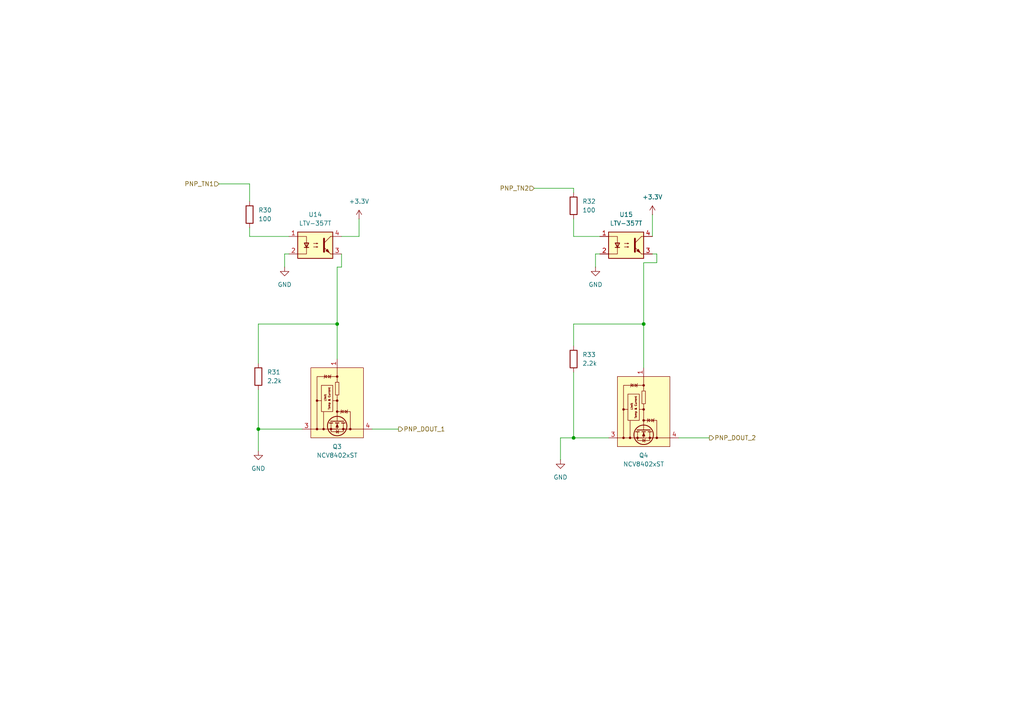
<source format=kicad_sch>
(kicad_sch
	(version 20250114)
	(generator "eeschema")
	(generator_version "9.0")
	(uuid "f05f06e6-9e8a-42a9-aba8-8fb7b834c91d")
	(paper "A4")
	(lib_symbols
		(symbol "Device:R"
			(pin_numbers
				(hide yes)
			)
			(pin_names
				(offset 0)
			)
			(exclude_from_sim no)
			(in_bom yes)
			(on_board yes)
			(property "Reference" "R"
				(at 2.032 0 90)
				(effects
					(font
						(size 1.27 1.27)
					)
				)
			)
			(property "Value" "R"
				(at 0 0 90)
				(effects
					(font
						(size 1.27 1.27)
					)
				)
			)
			(property "Footprint" ""
				(at -1.778 0 90)
				(effects
					(font
						(size 1.27 1.27)
					)
					(hide yes)
				)
			)
			(property "Datasheet" "~"
				(at 0 0 0)
				(effects
					(font
						(size 1.27 1.27)
					)
					(hide yes)
				)
			)
			(property "Description" "Resistor"
				(at 0 0 0)
				(effects
					(font
						(size 1.27 1.27)
					)
					(hide yes)
				)
			)
			(property "ki_keywords" "R res resistor"
				(at 0 0 0)
				(effects
					(font
						(size 1.27 1.27)
					)
					(hide yes)
				)
			)
			(property "ki_fp_filters" "R_*"
				(at 0 0 0)
				(effects
					(font
						(size 1.27 1.27)
					)
					(hide yes)
				)
			)
			(symbol "R_0_1"
				(rectangle
					(start -1.016 -2.54)
					(end 1.016 2.54)
					(stroke
						(width 0.254)
						(type default)
					)
					(fill
						(type none)
					)
				)
			)
			(symbol "R_1_1"
				(pin passive line
					(at 0 3.81 270)
					(length 1.27)
					(name "~"
						(effects
							(font
								(size 1.27 1.27)
							)
						)
					)
					(number "1"
						(effects
							(font
								(size 1.27 1.27)
							)
						)
					)
				)
				(pin passive line
					(at 0 -3.81 90)
					(length 1.27)
					(name "~"
						(effects
							(font
								(size 1.27 1.27)
							)
						)
					)
					(number "2"
						(effects
							(font
								(size 1.27 1.27)
							)
						)
					)
				)
			)
			(embedded_fonts no)
		)
		(symbol "Driver_FET:NCV8402xST"
			(pin_names
				(offset 0)
				(hide yes)
			)
			(exclude_from_sim no)
			(in_bom yes)
			(on_board yes)
			(property "Reference" "Q"
				(at 5.08 8.89 0)
				(effects
					(font
						(size 1.27 1.27)
					)
					(justify right)
				)
			)
			(property "Value" "NCV8402xST"
				(at -11.43 8.89 0)
				(effects
					(font
						(size 1.27 1.27)
					)
					(justify left)
				)
			)
			(property "Footprint" "Package_TO_SOT_SMD:SOT-223"
				(at 0 -7.112 0)
				(effects
					(font
						(size 1.27 1.27)
					)
					(hide yes)
				)
			)
			(property "Datasheet" "https://www.onsemi.com/pub/Collateral/NCV8402-D.PDF"
				(at 7.62 0 0)
				(effects
					(font
						(size 1.27 1.27)
					)
					(hide yes)
				)
			)
			(property "Description" "Self-Protected Low Side Driver with Temperature and Current Limit, SOT−223"
				(at 0 0 0)
				(effects
					(font
						(size 1.27 1.27)
					)
					(hide yes)
				)
			)
			(property "ki_keywords" "MOSFET ESD Overcurrent"
				(at 0 0 0)
				(effects
					(font
						(size 1.27 1.27)
					)
					(hide yes)
				)
			)
			(property "ki_fp_filters" "SOT?223*"
				(at 0 0 0)
				(effects
					(font
						(size 1.27 1.27)
					)
					(hide yes)
				)
			)
			(symbol "NCV8402xST_0_0"
				(rectangle
					(start -10.16 7.62)
					(end 10.16 -7.62)
					(stroke
						(width 0)
						(type default)
					)
					(fill
						(type background)
					)
				)
				(rectangle
					(start -5.969 0.508)
					(end -2.286 -0.508)
					(stroke
						(width 0)
						(type default)
					)
					(fill
						(type none)
					)
				)
				(polyline
					(pts
						(xy -0.635 -1.27) (xy -0.635 -0.635) (xy -0.635 0)
					)
					(stroke
						(width 0)
						(type default)
					)
					(fill
						(type none)
					)
				)
				(polyline
					(pts
						(xy -0.635 -5.842) (xy -7.62 -5.842) (xy -7.62 0) (xy -6.096 0)
					)
					(stroke
						(width 0)
						(type default)
					)
					(fill
						(type none)
					)
				)
				(polyline
					(pts
						(xy 2.54 0) (xy -2.286 0) (xy -0.889 0)
					)
					(stroke
						(width 0)
						(type default)
					)
					(fill
						(type none)
					)
				)
				(polyline
					(pts
						(xy 2.54 0) (xy 2.54 3.81) (xy 7.62 3.81)
					)
					(stroke
						(width 0)
						(type default)
					)
					(fill
						(type none)
					)
				)
				(polyline
					(pts
						(xy 7.62 2.54) (xy 7.62 7.62)
					)
					(stroke
						(width 0)
						(type default)
					)
					(fill
						(type none)
					)
				)
				(polyline
					(pts
						(xy 7.62 2.54) (xy 7.62 -7.62)
					)
					(stroke
						(width 0)
						(type default)
					)
					(fill
						(type none)
					)
				)
				(polyline
					(pts
						(xy 7.62 -5.842) (xy -0.635 -5.842) (xy -0.635 -4.572)
					)
					(stroke
						(width 0)
						(type default)
					)
					(fill
						(type none)
					)
				)
				(text "Limit"
					(at -1.524 -3.429 0)
					(effects
						(font
							(size 0.5334 0.5334)
						)
					)
				)
				(text "Temp & Current"
					(at -1.27 -2.286 0)
					(effects
						(font
							(size 0.5334 0.5334)
						)
					)
				)
			)
			(symbol "NCV8402xST_0_1"
				(polyline
					(pts
						(xy -7.62 0) (xy -10.16 0)
					)
					(stroke
						(width 0)
						(type default)
					)
					(fill
						(type none)
					)
				)
				(rectangle
					(start -5.08 -1.27)
					(end 2.54 -4.572)
					(stroke
						(width 0)
						(type default)
					)
					(fill
						(type none)
					)
				)
				(polyline
					(pts
						(xy 7.62 -3.937) (xy 2.667 -3.937)
					)
					(stroke
						(width 0)
						(type default)
					)
					(fill
						(type none)
					)
				)
			)
			(symbol "NCV8402xST_1_1"
				(polyline
					(pts
						(xy -8.128 -1.778) (xy -8.001 -1.905) (xy -7.239 -1.905) (xy -7.112 -2.032)
					)
					(stroke
						(width 0)
						(type default)
					)
					(fill
						(type none)
					)
				)
				(circle
					(center -7.62 0)
					(radius 0.2794)
					(stroke
						(width 0)
						(type default)
					)
					(fill
						(type outline)
					)
				)
				(polyline
					(pts
						(xy -7.62 -1.905) (xy -8.001 -2.54) (xy -7.239 -2.54) (xy -7.62 -1.905)
					)
					(stroke
						(width 0)
						(type default)
					)
					(fill
						(type none)
					)
				)
				(polyline
					(pts
						(xy -7.62 -3.683) (xy -7.239 -3.048) (xy -8.001 -3.048) (xy -7.62 -3.683)
					)
					(stroke
						(width 0)
						(type default)
					)
					(fill
						(type none)
					)
				)
				(polyline
					(pts
						(xy -7.112 -3.81) (xy -7.239 -3.683) (xy -8.001 -3.683) (xy -8.128 -3.556)
					)
					(stroke
						(width 0)
						(type default)
					)
					(fill
						(type none)
					)
				)
				(circle
					(center -0.635 0)
					(radius 0.2794)
					(stroke
						(width 0)
						(type default)
					)
					(fill
						(type outline)
					)
				)
				(circle
					(center -0.635 -5.842)
					(radius 0.2794)
					(stroke
						(width 0)
						(type default)
					)
					(fill
						(type outline)
					)
				)
				(polyline
					(pts
						(xy 2.032 3.048) (xy 2.159 2.921) (xy 2.921 2.921) (xy 3.048 2.794)
					)
					(stroke
						(width 0)
						(type default)
					)
					(fill
						(type none)
					)
				)
				(polyline
					(pts
						(xy 2.54 2.921) (xy 2.159 2.286) (xy 2.921 2.286) (xy 2.54 2.921)
					)
					(stroke
						(width 0)
						(type default)
					)
					(fill
						(type none)
					)
				)
				(polyline
					(pts
						(xy 2.54 1.143) (xy 2.921 1.778) (xy 2.159 1.778) (xy 2.54 1.143)
					)
					(stroke
						(width 0)
						(type default)
					)
					(fill
						(type none)
					)
				)
				(polyline
					(pts
						(xy 2.54 0) (xy 5.334 0)
					)
					(stroke
						(width 0)
						(type default)
					)
					(fill
						(type none)
					)
				)
				(circle
					(center 2.54 0)
					(radius 0.2794)
					(stroke
						(width 0)
						(type default)
					)
					(fill
						(type outline)
					)
				)
				(polyline
					(pts
						(xy 3.048 1.016) (xy 2.921 1.143) (xy 2.159 1.143) (xy 2.032 1.27)
					)
					(stroke
						(width 0)
						(type default)
					)
					(fill
						(type none)
					)
				)
				(polyline
					(pts
						(xy 5.334 1.905) (xy 5.334 -1.905) (xy 5.334 -1.905)
					)
					(stroke
						(width 0.254)
						(type default)
					)
					(fill
						(type none)
					)
				)
				(polyline
					(pts
						(xy 5.842 2.286) (xy 5.842 1.27)
					)
					(stroke
						(width 0.254)
						(type default)
					)
					(fill
						(type none)
					)
				)
				(polyline
					(pts
						(xy 5.842 1.778) (xy 7.62 1.778)
					)
					(stroke
						(width 0)
						(type default)
					)
					(fill
						(type none)
					)
				)
				(polyline
					(pts
						(xy 5.842 0.508) (xy 5.842 -0.508)
					)
					(stroke
						(width 0.254)
						(type default)
					)
					(fill
						(type none)
					)
				)
				(polyline
					(pts
						(xy 5.842 0) (xy 7.62 0)
					)
					(stroke
						(width 0)
						(type default)
					)
					(fill
						(type none)
					)
				)
				(polyline
					(pts
						(xy 5.842 -1.27) (xy 5.842 -2.286)
					)
					(stroke
						(width 0.254)
						(type default)
					)
					(fill
						(type none)
					)
				)
				(polyline
					(pts
						(xy 5.842 -1.778) (xy 7.62 -1.778)
					)
					(stroke
						(width 0)
						(type default)
					)
					(fill
						(type none)
					)
				)
				(polyline
					(pts
						(xy 6.096 0) (xy 7.112 0.381) (xy 7.112 -0.381) (xy 6.096 0)
					)
					(stroke
						(width 0)
						(type default)
					)
					(fill
						(type outline)
					)
				)
				(circle
					(center 6.731 0)
					(radius 2.8194)
					(stroke
						(width 0.254)
						(type default)
					)
					(fill
						(type none)
					)
				)
				(circle
					(center 7.62 3.81)
					(radius 0.2794)
					(stroke
						(width 0)
						(type default)
					)
					(fill
						(type outline)
					)
				)
				(polyline
					(pts
						(xy 7.62 2.54) (xy 7.62 1.778)
					)
					(stroke
						(width 0)
						(type default)
					)
					(fill
						(type none)
					)
				)
				(circle
					(center 7.62 1.778)
					(radius 0.2794)
					(stroke
						(width 0)
						(type default)
					)
					(fill
						(type outline)
					)
				)
				(polyline
					(pts
						(xy 7.62 -1.778) (xy 7.62 0)
					)
					(stroke
						(width 0)
						(type default)
					)
					(fill
						(type none)
					)
				)
				(polyline
					(pts
						(xy 7.62 -1.778) (xy 7.62 -2.54)
					)
					(stroke
						(width 0)
						(type default)
					)
					(fill
						(type none)
					)
				)
				(polyline
					(pts
						(xy 7.62 -1.778) (xy 8.382 -1.778) (xy 8.382 1.778) (xy 7.62 1.778)
					)
					(stroke
						(width 0)
						(type default)
					)
					(fill
						(type none)
					)
				)
				(circle
					(center 7.62 -1.778)
					(radius 0.2794)
					(stroke
						(width 0)
						(type default)
					)
					(fill
						(type outline)
					)
				)
				(circle
					(center 7.62 -3.937)
					(radius 0.2794)
					(stroke
						(width 0)
						(type default)
					)
					(fill
						(type outline)
					)
				)
				(circle
					(center 7.62 -5.842)
					(radius 0.2794)
					(stroke
						(width 0)
						(type default)
					)
					(fill
						(type outline)
					)
				)
				(polyline
					(pts
						(xy 7.874 0.508) (xy 8.001 0.381) (xy 8.763 0.381) (xy 8.89 0.254)
					)
					(stroke
						(width 0)
						(type default)
					)
					(fill
						(type none)
					)
				)
				(polyline
					(pts
						(xy 8.382 0.381) (xy 8.001 -0.254) (xy 8.763 -0.254) (xy 8.382 0.381)
					)
					(stroke
						(width 0)
						(type default)
					)
					(fill
						(type none)
					)
				)
				(pin input line
					(at -12.7 0 0)
					(length 2.54)
					(name "G"
						(effects
							(font
								(size 1.27 1.27)
							)
						)
					)
					(number "1"
						(effects
							(font
								(size 1.27 1.27)
							)
						)
					)
				)
				(pin passive line
					(at 7.62 10.16 270)
					(length 2.54)
					(hide yes)
					(name "D"
						(effects
							(font
								(size 1.27 1.27)
							)
						)
					)
					(number "2"
						(effects
							(font
								(size 1.27 1.27)
							)
						)
					)
				)
				(pin passive line
					(at 7.62 10.16 270)
					(length 2.54)
					(name "D"
						(effects
							(font
								(size 1.27 1.27)
							)
						)
					)
					(number "4"
						(effects
							(font
								(size 1.27 1.27)
							)
						)
					)
				)
				(pin passive line
					(at 7.62 -10.16 90)
					(length 2.54)
					(name "S"
						(effects
							(font
								(size 1.27 1.27)
							)
						)
					)
					(number "3"
						(effects
							(font
								(size 1.27 1.27)
							)
						)
					)
				)
			)
			(embedded_fonts no)
		)
		(symbol "Isolator:LTV-357T"
			(pin_names
				(offset 1.016)
			)
			(exclude_from_sim no)
			(in_bom yes)
			(on_board yes)
			(property "Reference" "U"
				(at -5.334 4.826 0)
				(effects
					(font
						(size 1.27 1.27)
					)
					(justify left)
				)
			)
			(property "Value" "LTV-357T"
				(at 0 5.08 0)
				(effects
					(font
						(size 1.27 1.27)
					)
					(justify left)
				)
			)
			(property "Footprint" "Package_SO:SO-4_4.4x3.6mm_P2.54mm"
				(at -5.08 -5.08 0)
				(effects
					(font
						(size 1.27 1.27)
						(italic yes)
					)
					(justify left)
					(hide yes)
				)
			)
			(property "Datasheet" "https://www.buerklin.com/medias/sys_master/download/download/h91/ha0/8892020588574.pdf"
				(at 0 0 0)
				(effects
					(font
						(size 1.27 1.27)
					)
					(justify left)
					(hide yes)
				)
			)
			(property "Description" "DC Optocoupler, Vce 35V, CTR 50%, SO-4"
				(at 0 0 0)
				(effects
					(font
						(size 1.27 1.27)
					)
					(hide yes)
				)
			)
			(property "ki_keywords" "NPN DC Optocoupler"
				(at 0 0 0)
				(effects
					(font
						(size 1.27 1.27)
					)
					(hide yes)
				)
			)
			(property "ki_fp_filters" "SO*4.4x3.6mm*P2.54mm*"
				(at 0 0 0)
				(effects
					(font
						(size 1.27 1.27)
					)
					(hide yes)
				)
			)
			(symbol "LTV-357T_0_1"
				(rectangle
					(start -5.08 3.81)
					(end 5.08 -3.81)
					(stroke
						(width 0.254)
						(type default)
					)
					(fill
						(type background)
					)
				)
				(polyline
					(pts
						(xy -5.08 2.54) (xy -2.54 2.54) (xy -2.54 -0.762)
					)
					(stroke
						(width 0)
						(type default)
					)
					(fill
						(type none)
					)
				)
				(polyline
					(pts
						(xy -3.175 -0.635) (xy -1.905 -0.635)
					)
					(stroke
						(width 0.254)
						(type default)
					)
					(fill
						(type none)
					)
				)
				(polyline
					(pts
						(xy -2.54 -0.635) (xy -2.54 -2.54) (xy -5.08 -2.54)
					)
					(stroke
						(width 0)
						(type default)
					)
					(fill
						(type none)
					)
				)
				(polyline
					(pts
						(xy -2.54 -0.635) (xy -3.175 0.635) (xy -1.905 0.635) (xy -2.54 -0.635)
					)
					(stroke
						(width 0.254)
						(type default)
					)
					(fill
						(type none)
					)
				)
				(polyline
					(pts
						(xy -0.508 0.508) (xy 0.762 0.508) (xy 0.381 0.381) (xy 0.381 0.635) (xy 0.762 0.508)
					)
					(stroke
						(width 0)
						(type default)
					)
					(fill
						(type none)
					)
				)
				(polyline
					(pts
						(xy -0.508 -0.508) (xy 0.762 -0.508) (xy 0.381 -0.635) (xy 0.381 -0.381) (xy 0.762 -0.508)
					)
					(stroke
						(width 0)
						(type default)
					)
					(fill
						(type none)
					)
				)
				(polyline
					(pts
						(xy 2.54 1.905) (xy 2.54 -1.905) (xy 2.54 -1.905)
					)
					(stroke
						(width 0.508)
						(type default)
					)
					(fill
						(type none)
					)
				)
				(polyline
					(pts
						(xy 2.54 0.635) (xy 4.445 2.54)
					)
					(stroke
						(width 0)
						(type default)
					)
					(fill
						(type none)
					)
				)
				(polyline
					(pts
						(xy 3.048 -1.651) (xy 3.556 -1.143) (xy 4.064 -2.159) (xy 3.048 -1.651) (xy 3.048 -1.651)
					)
					(stroke
						(width 0)
						(type default)
					)
					(fill
						(type outline)
					)
				)
				(polyline
					(pts
						(xy 4.445 2.54) (xy 5.08 2.54)
					)
					(stroke
						(width 0)
						(type default)
					)
					(fill
						(type none)
					)
				)
				(polyline
					(pts
						(xy 4.445 -2.54) (xy 2.54 -0.635)
					)
					(stroke
						(width 0)
						(type default)
					)
					(fill
						(type outline)
					)
				)
				(polyline
					(pts
						(xy 4.445 -2.54) (xy 5.08 -2.54)
					)
					(stroke
						(width 0)
						(type default)
					)
					(fill
						(type none)
					)
				)
			)
			(symbol "LTV-357T_1_1"
				(pin passive line
					(at -7.62 2.54 0)
					(length 2.54)
					(name "~"
						(effects
							(font
								(size 1.27 1.27)
							)
						)
					)
					(number "1"
						(effects
							(font
								(size 1.27 1.27)
							)
						)
					)
				)
				(pin passive line
					(at -7.62 -2.54 0)
					(length 2.54)
					(name "~"
						(effects
							(font
								(size 1.27 1.27)
							)
						)
					)
					(number "2"
						(effects
							(font
								(size 1.27 1.27)
							)
						)
					)
				)
				(pin passive line
					(at 7.62 2.54 180)
					(length 2.54)
					(name "~"
						(effects
							(font
								(size 1.27 1.27)
							)
						)
					)
					(number "4"
						(effects
							(font
								(size 1.27 1.27)
							)
						)
					)
				)
				(pin passive line
					(at 7.62 -2.54 180)
					(length 2.54)
					(name "~"
						(effects
							(font
								(size 1.27 1.27)
							)
						)
					)
					(number "3"
						(effects
							(font
								(size 1.27 1.27)
							)
						)
					)
				)
			)
			(embedded_fonts no)
		)
		(symbol "power:+3.3V"
			(power)
			(pin_numbers
				(hide yes)
			)
			(pin_names
				(offset 0)
				(hide yes)
			)
			(exclude_from_sim no)
			(in_bom yes)
			(on_board yes)
			(property "Reference" "#PWR"
				(at 0 -3.81 0)
				(effects
					(font
						(size 1.27 1.27)
					)
					(hide yes)
				)
			)
			(property "Value" "+3.3V"
				(at 0 3.556 0)
				(effects
					(font
						(size 1.27 1.27)
					)
				)
			)
			(property "Footprint" ""
				(at 0 0 0)
				(effects
					(font
						(size 1.27 1.27)
					)
					(hide yes)
				)
			)
			(property "Datasheet" ""
				(at 0 0 0)
				(effects
					(font
						(size 1.27 1.27)
					)
					(hide yes)
				)
			)
			(property "Description" "Power symbol creates a global label with name \"+3.3V\""
				(at 0 0 0)
				(effects
					(font
						(size 1.27 1.27)
					)
					(hide yes)
				)
			)
			(property "ki_keywords" "global power"
				(at 0 0 0)
				(effects
					(font
						(size 1.27 1.27)
					)
					(hide yes)
				)
			)
			(symbol "+3.3V_0_1"
				(polyline
					(pts
						(xy -0.762 1.27) (xy 0 2.54)
					)
					(stroke
						(width 0)
						(type default)
					)
					(fill
						(type none)
					)
				)
				(polyline
					(pts
						(xy 0 2.54) (xy 0.762 1.27)
					)
					(stroke
						(width 0)
						(type default)
					)
					(fill
						(type none)
					)
				)
				(polyline
					(pts
						(xy 0 0) (xy 0 2.54)
					)
					(stroke
						(width 0)
						(type default)
					)
					(fill
						(type none)
					)
				)
			)
			(symbol "+3.3V_1_1"
				(pin power_in line
					(at 0 0 90)
					(length 0)
					(name "~"
						(effects
							(font
								(size 1.27 1.27)
							)
						)
					)
					(number "1"
						(effects
							(font
								(size 1.27 1.27)
							)
						)
					)
				)
			)
			(embedded_fonts no)
		)
		(symbol "power:GND"
			(power)
			(pin_numbers
				(hide yes)
			)
			(pin_names
				(offset 0)
				(hide yes)
			)
			(exclude_from_sim no)
			(in_bom yes)
			(on_board yes)
			(property "Reference" "#PWR"
				(at 0 -6.35 0)
				(effects
					(font
						(size 1.27 1.27)
					)
					(hide yes)
				)
			)
			(property "Value" "GND"
				(at 0 -3.81 0)
				(effects
					(font
						(size 1.27 1.27)
					)
				)
			)
			(property "Footprint" ""
				(at 0 0 0)
				(effects
					(font
						(size 1.27 1.27)
					)
					(hide yes)
				)
			)
			(property "Datasheet" ""
				(at 0 0 0)
				(effects
					(font
						(size 1.27 1.27)
					)
					(hide yes)
				)
			)
			(property "Description" "Power symbol creates a global label with name \"GND\" , ground"
				(at 0 0 0)
				(effects
					(font
						(size 1.27 1.27)
					)
					(hide yes)
				)
			)
			(property "ki_keywords" "global power"
				(at 0 0 0)
				(effects
					(font
						(size 1.27 1.27)
					)
					(hide yes)
				)
			)
			(symbol "GND_0_1"
				(polyline
					(pts
						(xy 0 0) (xy 0 -1.27) (xy 1.27 -1.27) (xy 0 -2.54) (xy -1.27 -1.27) (xy 0 -1.27)
					)
					(stroke
						(width 0)
						(type default)
					)
					(fill
						(type none)
					)
				)
			)
			(symbol "GND_1_1"
				(pin power_in line
					(at 0 0 270)
					(length 0)
					(name "~"
						(effects
							(font
								(size 1.27 1.27)
							)
						)
					)
					(number "1"
						(effects
							(font
								(size 1.27 1.27)
							)
						)
					)
				)
			)
			(embedded_fonts no)
		)
	)
	(junction
		(at 97.79 93.98)
		(diameter 0)
		(color 0 0 0 0)
		(uuid "39c96e9a-abe5-4030-aa13-a8fd8aaa1d1b")
	)
	(junction
		(at 74.93 124.46)
		(diameter 0)
		(color 0 0 0 0)
		(uuid "90da4755-18ef-48cd-b717-fb97fbec4376")
	)
	(junction
		(at 166.37 127)
		(diameter 0)
		(color 0 0 0 0)
		(uuid "d0d3c8d5-3913-432b-99d5-9269c0a53892")
	)
	(junction
		(at 186.69 93.98)
		(diameter 0)
		(color 0 0 0 0)
		(uuid "ea420edd-6fd3-440e-9ed2-391380b90098")
	)
	(wire
		(pts
			(xy 162.56 127) (xy 166.37 127)
		)
		(stroke
			(width 0)
			(type default)
		)
		(uuid "0bb7cdf5-557c-40af-8bdc-34da9b34598d")
	)
	(wire
		(pts
			(xy 107.95 124.46) (xy 115.57 124.46)
		)
		(stroke
			(width 0)
			(type default)
		)
		(uuid "11398cb7-b06d-4a00-9881-a58c6710a233")
	)
	(wire
		(pts
			(xy 72.39 68.58) (xy 83.82 68.58)
		)
		(stroke
			(width 0)
			(type default)
		)
		(uuid "12755c11-30c1-4a9c-8a19-d5dbc5dee35d")
	)
	(wire
		(pts
			(xy 104.14 68.58) (xy 99.06 68.58)
		)
		(stroke
			(width 0)
			(type default)
		)
		(uuid "167a5406-6397-4afb-8225-845f372a85e2")
	)
	(wire
		(pts
			(xy 172.72 73.66) (xy 173.99 73.66)
		)
		(stroke
			(width 0)
			(type default)
		)
		(uuid "176ecaf1-17ea-4048-90a8-7bb1a4730d9f")
	)
	(wire
		(pts
			(xy 74.93 93.98) (xy 97.79 93.98)
		)
		(stroke
			(width 0)
			(type default)
		)
		(uuid "1954a665-4202-4dad-a5ec-8e7bc081a4c3")
	)
	(wire
		(pts
			(xy 162.56 127) (xy 162.56 133.35)
		)
		(stroke
			(width 0)
			(type default)
		)
		(uuid "20c0c54e-0b17-4e78-a6b1-3dd865310c3f")
	)
	(wire
		(pts
			(xy 97.79 104.14) (xy 97.79 93.98)
		)
		(stroke
			(width 0)
			(type default)
		)
		(uuid "24d1300e-ddc6-4e57-a87e-d5286ae963de")
	)
	(wire
		(pts
			(xy 72.39 58.42) (xy 72.39 53.34)
		)
		(stroke
			(width 0)
			(type default)
		)
		(uuid "2629c4c8-3818-485c-9771-09d7925113f4")
	)
	(wire
		(pts
			(xy 186.69 76.2) (xy 190.5 76.2)
		)
		(stroke
			(width 0)
			(type default)
		)
		(uuid "34b71abd-c3bf-414c-9766-2a1b5adb4113")
	)
	(wire
		(pts
			(xy 166.37 54.61) (xy 166.37 55.88)
		)
		(stroke
			(width 0)
			(type default)
		)
		(uuid "406c95d0-3337-4593-a0ff-0004c99c9a5a")
	)
	(wire
		(pts
			(xy 72.39 66.04) (xy 72.39 68.58)
		)
		(stroke
			(width 0)
			(type default)
		)
		(uuid "4c360b1d-a0a9-4cce-a5c8-f61bdd6fe3c3")
	)
	(wire
		(pts
			(xy 74.93 130.81) (xy 74.93 124.46)
		)
		(stroke
			(width 0)
			(type default)
		)
		(uuid "4ed8be1e-439c-4880-9b12-6c96245dccb5")
	)
	(wire
		(pts
			(xy 166.37 93.98) (xy 186.69 93.98)
		)
		(stroke
			(width 0)
			(type default)
		)
		(uuid "50947d51-aff3-414f-b4ae-e8523f1c5e6c")
	)
	(wire
		(pts
			(xy 97.79 93.98) (xy 97.79 77.47)
		)
		(stroke
			(width 0)
			(type default)
		)
		(uuid "56d8c095-f2f6-4e9c-8375-557e4b87d806")
	)
	(wire
		(pts
			(xy 97.79 77.47) (xy 99.06 77.47)
		)
		(stroke
			(width 0)
			(type default)
		)
		(uuid "58b673d0-0080-4bf8-a0d8-4ae29feb5ba4")
	)
	(wire
		(pts
			(xy 166.37 107.95) (xy 166.37 127)
		)
		(stroke
			(width 0)
			(type default)
		)
		(uuid "5de35fa1-ab29-4cfc-9b61-bf2179d077e9")
	)
	(wire
		(pts
			(xy 190.5 73.66) (xy 190.5 76.2)
		)
		(stroke
			(width 0)
			(type default)
		)
		(uuid "65769086-4e66-4c94-9edb-fc52b5251958")
	)
	(wire
		(pts
			(xy 196.85 127) (xy 205.74 127)
		)
		(stroke
			(width 0)
			(type default)
		)
		(uuid "8506268c-e01c-4e94-8690-0d551fbfcb9c")
	)
	(wire
		(pts
			(xy 82.55 77.47) (xy 82.55 73.66)
		)
		(stroke
			(width 0)
			(type default)
		)
		(uuid "8759c0c9-12b6-4a30-8474-7e2ba4a3409d")
	)
	(wire
		(pts
			(xy 166.37 127) (xy 176.53 127)
		)
		(stroke
			(width 0)
			(type default)
		)
		(uuid "8db895a1-26c2-4b18-b6f3-1b99640d5fb6")
	)
	(wire
		(pts
			(xy 189.23 62.23) (xy 189.23 68.58)
		)
		(stroke
			(width 0)
			(type default)
		)
		(uuid "8f6a8d08-a72d-4852-8344-30fe474fce15")
	)
	(wire
		(pts
			(xy 74.93 113.03) (xy 74.93 124.46)
		)
		(stroke
			(width 0)
			(type default)
		)
		(uuid "90d61fdf-58c2-4a65-865a-77ba1055159a")
	)
	(wire
		(pts
			(xy 74.93 105.41) (xy 74.93 93.98)
		)
		(stroke
			(width 0)
			(type default)
		)
		(uuid "9367056a-420d-4793-b93f-dcb5f4968451")
	)
	(wire
		(pts
			(xy 166.37 100.33) (xy 166.37 93.98)
		)
		(stroke
			(width 0)
			(type default)
		)
		(uuid "9bd9b7db-7a1a-4203-acc2-6c787ad8e8e0")
	)
	(wire
		(pts
			(xy 186.69 93.98) (xy 186.69 76.2)
		)
		(stroke
			(width 0)
			(type default)
		)
		(uuid "a3dd3909-cedd-4d40-9d99-acff12f31552")
	)
	(wire
		(pts
			(xy 74.93 124.46) (xy 87.63 124.46)
		)
		(stroke
			(width 0)
			(type default)
		)
		(uuid "a49c2ce0-32c5-4ce1-994c-7a0298afe0ef")
	)
	(wire
		(pts
			(xy 172.72 77.47) (xy 172.72 73.66)
		)
		(stroke
			(width 0)
			(type default)
		)
		(uuid "bd13ac11-f263-449c-8612-eab68e83e589")
	)
	(wire
		(pts
			(xy 166.37 68.58) (xy 173.99 68.58)
		)
		(stroke
			(width 0)
			(type default)
		)
		(uuid "cc88f3f4-42b8-437c-8309-1ed08b74c909")
	)
	(wire
		(pts
			(xy 104.14 63.5) (xy 104.14 68.58)
		)
		(stroke
			(width 0)
			(type default)
		)
		(uuid "cdaedf58-6964-45a9-af6e-2857d9bf05f5")
	)
	(wire
		(pts
			(xy 154.94 54.61) (xy 166.37 54.61)
		)
		(stroke
			(width 0)
			(type default)
		)
		(uuid "cf4e3a02-cb89-4b96-b406-6d7ccef6c5b5")
	)
	(wire
		(pts
			(xy 189.23 73.66) (xy 190.5 73.66)
		)
		(stroke
			(width 0)
			(type default)
		)
		(uuid "d6583610-6168-4a0b-a8dd-e1e224994aa6")
	)
	(wire
		(pts
			(xy 166.37 63.5) (xy 166.37 68.58)
		)
		(stroke
			(width 0)
			(type default)
		)
		(uuid "daed29e7-59df-4efe-bfc6-2fd03142cc6d")
	)
	(wire
		(pts
			(xy 82.55 73.66) (xy 83.82 73.66)
		)
		(stroke
			(width 0)
			(type default)
		)
		(uuid "db4ac2c1-ac10-4b5f-942f-193b58897d6c")
	)
	(wire
		(pts
			(xy 99.06 77.47) (xy 99.06 73.66)
		)
		(stroke
			(width 0)
			(type default)
		)
		(uuid "e0d997bc-7ae9-448d-af41-eefbe11e4f1d")
	)
	(wire
		(pts
			(xy 186.69 106.68) (xy 186.69 93.98)
		)
		(stroke
			(width 0)
			(type default)
		)
		(uuid "e2ca9390-dbd1-49f9-a775-027d1c1ecbac")
	)
	(wire
		(pts
			(xy 63.5 53.34) (xy 72.39 53.34)
		)
		(stroke
			(width 0)
			(type default)
		)
		(uuid "ec0738af-9d07-4ac5-b8ad-9ae3a69f3565")
	)
	(hierarchical_label "PNP_DOUT_1"
		(shape output)
		(at 115.57 124.46 0)
		(effects
			(font
				(size 1.27 1.27)
			)
			(justify left)
		)
		(uuid "2f5b5c8b-6ba6-4166-a45b-87888445de73")
	)
	(hierarchical_label "PNP_DOUT_2"
		(shape output)
		(at 205.74 127 0)
		(effects
			(font
				(size 1.27 1.27)
			)
			(justify left)
		)
		(uuid "3ff3a677-3235-42ff-ba74-a97daa30df74")
	)
	(hierarchical_label "PNP_TN1"
		(shape input)
		(at 63.5 53.34 180)
		(effects
			(font
				(size 1.27 1.27)
			)
			(justify right)
		)
		(uuid "95ff02d4-8c1e-4b22-ac72-9c944febee45")
	)
	(hierarchical_label "PNP_TN2"
		(shape input)
		(at 154.94 54.61 180)
		(effects
			(font
				(size 1.27 1.27)
			)
			(justify right)
		)
		(uuid "b26024c1-dd13-4a10-b3ab-6383277e30d1")
	)
	(symbol
		(lib_id "Driver_FET:NCV8402xST")
		(at 186.69 119.38 270)
		(unit 1)
		(exclude_from_sim no)
		(in_bom yes)
		(on_board yes)
		(dnp no)
		(fields_autoplaced yes)
		(uuid "24ffc3d3-348c-4c4e-8092-b33c18a7fcde")
		(property "Reference" "Q4"
			(at 186.69 132.08 90)
			(effects
				(font
					(size 1.27 1.27)
				)
			)
		)
		(property "Value" "NCV8402xST"
			(at 186.69 134.62 90)
			(effects
				(font
					(size 1.27 1.27)
				)
			)
		)
		(property "Footprint" "Package_TO_SOT_SMD:SOT-223"
			(at 179.578 119.38 0)
			(effects
				(font
					(size 1.27 1.27)
				)
				(hide yes)
			)
		)
		(property "Datasheet" "https://www.onsemi.com/pub/Collateral/NCV8402-D.PDF"
			(at 186.69 127 0)
			(effects
				(font
					(size 1.27 1.27)
				)
				(hide yes)
			)
		)
		(property "Description" "Self-Protected Low Side Driver with Temperature and Current Limit, SOT−223"
			(at 186.69 119.38 0)
			(effects
				(font
					(size 1.27 1.27)
				)
				(hide yes)
			)
		)
		(pin "2"
			(uuid "60ddeb59-ecb5-4d33-bacb-34b385de37eb")
		)
		(pin "4"
			(uuid "d7cac65b-7464-406e-a698-fe84d129830c")
		)
		(pin "1"
			(uuid "048511c8-2e7c-4d52-80c0-232d934c1268")
		)
		(pin "3"
			(uuid "58651321-5902-42b7-a548-061446034338")
		)
		(instances
			(project "NIVARA PROJECT"
				(path "/dc6fb271-dfd0-4448-98f1-862b1cc93a80/2ca62569-d560-4cca-9470-52fd378086ae/d82b4dad-668a-49c5-962f-01960242438d"
					(reference "Q4")
					(unit 1)
				)
			)
		)
	)
	(symbol
		(lib_id "Isolator:LTV-357T")
		(at 181.61 71.12 0)
		(unit 1)
		(exclude_from_sim no)
		(in_bom yes)
		(on_board yes)
		(dnp no)
		(fields_autoplaced yes)
		(uuid "277d8194-59c1-4ea0-9027-8f595b62e69b")
		(property "Reference" "U15"
			(at 181.61 62.23 0)
			(effects
				(font
					(size 1.27 1.27)
				)
			)
		)
		(property "Value" "LTV-357T"
			(at 181.61 64.77 0)
			(effects
				(font
					(size 1.27 1.27)
				)
			)
		)
		(property "Footprint" "Package_SO:SO-4_4.4x3.6mm_P2.54mm"
			(at 176.53 76.2 0)
			(effects
				(font
					(size 1.27 1.27)
					(italic yes)
				)
				(justify left)
				(hide yes)
			)
		)
		(property "Datasheet" "https://www.buerklin.com/medias/sys_master/download/download/h91/ha0/8892020588574.pdf"
			(at 181.61 71.12 0)
			(effects
				(font
					(size 1.27 1.27)
				)
				(justify left)
				(hide yes)
			)
		)
		(property "Description" "DC Optocoupler, Vce 35V, CTR 50%, SO-4"
			(at 181.61 71.12 0)
			(effects
				(font
					(size 1.27 1.27)
				)
				(hide yes)
			)
		)
		(pin "2"
			(uuid "325f8776-c8ea-455c-89a0-bf1fe9a89e4d")
		)
		(pin "1"
			(uuid "015debe0-b872-4b80-a828-2adeefe875dd")
		)
		(pin "4"
			(uuid "e1f86c31-5809-4319-8f84-05b53fe8e4cd")
		)
		(pin "3"
			(uuid "4ff17220-9a5f-4b23-a2eb-11d1582f8d95")
		)
		(instances
			(project "NIVARA PROJECT"
				(path "/dc6fb271-dfd0-4448-98f1-862b1cc93a80/2ca62569-d560-4cca-9470-52fd378086ae/d82b4dad-668a-49c5-962f-01960242438d"
					(reference "U15")
					(unit 1)
				)
			)
		)
	)
	(symbol
		(lib_id "power:GND")
		(at 172.72 77.47 0)
		(unit 1)
		(exclude_from_sim no)
		(in_bom yes)
		(on_board yes)
		(dnp no)
		(fields_autoplaced yes)
		(uuid "383ba9b0-985e-4a57-8b47-ed420d7d75fe")
		(property "Reference" "#PWR062"
			(at 172.72 83.82 0)
			(effects
				(font
					(size 1.27 1.27)
				)
				(hide yes)
			)
		)
		(property "Value" "GND"
			(at 172.72 82.55 0)
			(effects
				(font
					(size 1.27 1.27)
				)
			)
		)
		(property "Footprint" ""
			(at 172.72 77.47 0)
			(effects
				(font
					(size 1.27 1.27)
				)
				(hide yes)
			)
		)
		(property "Datasheet" ""
			(at 172.72 77.47 0)
			(effects
				(font
					(size 1.27 1.27)
				)
				(hide yes)
			)
		)
		(property "Description" "Power symbol creates a global label with name \"GND\" , ground"
			(at 172.72 77.47 0)
			(effects
				(font
					(size 1.27 1.27)
				)
				(hide yes)
			)
		)
		(pin "1"
			(uuid "963ec56e-f72d-4729-8d1d-bdfbe72e4bd0")
		)
		(instances
			(project "NIVARA PROJECT"
				(path "/dc6fb271-dfd0-4448-98f1-862b1cc93a80/2ca62569-d560-4cca-9470-52fd378086ae/d82b4dad-668a-49c5-962f-01960242438d"
					(reference "#PWR062")
					(unit 1)
				)
			)
		)
	)
	(symbol
		(lib_id "Device:R")
		(at 72.39 62.23 0)
		(unit 1)
		(exclude_from_sim no)
		(in_bom yes)
		(on_board yes)
		(dnp no)
		(fields_autoplaced yes)
		(uuid "4198919f-7791-4efd-82f1-9ec9375195fd")
		(property "Reference" "R30"
			(at 74.93 60.9599 0)
			(effects
				(font
					(size 1.27 1.27)
				)
				(justify left)
			)
		)
		(property "Value" "100"
			(at 74.93 63.4999 0)
			(effects
				(font
					(size 1.27 1.27)
				)
				(justify left)
			)
		)
		(property "Footprint" "PCM_Resistor_SMD_AKL:R_0603_1608Metric"
			(at 70.612 62.23 90)
			(effects
				(font
					(size 1.27 1.27)
				)
				(hide yes)
			)
		)
		(property "Datasheet" "~"
			(at 72.39 62.23 0)
			(effects
				(font
					(size 1.27 1.27)
				)
				(hide yes)
			)
		)
		(property "Description" "Resistor"
			(at 72.39 62.23 0)
			(effects
				(font
					(size 1.27 1.27)
				)
				(hide yes)
			)
		)
		(pin "1"
			(uuid "97ba7fd9-4eaa-41f1-b517-a59ccd468c91")
		)
		(pin "2"
			(uuid "9194252c-c10f-4d9e-a009-ffeadb3ed1e5")
		)
		(instances
			(project "NIVARA PROJECT"
				(path "/dc6fb271-dfd0-4448-98f1-862b1cc93a80/2ca62569-d560-4cca-9470-52fd378086ae/d82b4dad-668a-49c5-962f-01960242438d"
					(reference "R30")
					(unit 1)
				)
			)
		)
	)
	(symbol
		(lib_id "power:GND")
		(at 74.93 130.81 0)
		(unit 1)
		(exclude_from_sim no)
		(in_bom yes)
		(on_board yes)
		(dnp no)
		(fields_autoplaced yes)
		(uuid "78714bb1-4287-42a6-8b3c-bb51e90dc6c5")
		(property "Reference" "#PWR058"
			(at 74.93 137.16 0)
			(effects
				(font
					(size 1.27 1.27)
				)
				(hide yes)
			)
		)
		(property "Value" "GND"
			(at 74.93 135.89 0)
			(effects
				(font
					(size 1.27 1.27)
				)
			)
		)
		(property "Footprint" ""
			(at 74.93 130.81 0)
			(effects
				(font
					(size 1.27 1.27)
				)
				(hide yes)
			)
		)
		(property "Datasheet" ""
			(at 74.93 130.81 0)
			(effects
				(font
					(size 1.27 1.27)
				)
				(hide yes)
			)
		)
		(property "Description" "Power symbol creates a global label with name \"GND\" , ground"
			(at 74.93 130.81 0)
			(effects
				(font
					(size 1.27 1.27)
				)
				(hide yes)
			)
		)
		(pin "1"
			(uuid "623fc946-43cb-4ae2-b470-b64a8fc676b0")
		)
		(instances
			(project "NIVARA PROJECT"
				(path "/dc6fb271-dfd0-4448-98f1-862b1cc93a80/2ca62569-d560-4cca-9470-52fd378086ae/d82b4dad-668a-49c5-962f-01960242438d"
					(reference "#PWR058")
					(unit 1)
				)
			)
		)
	)
	(symbol
		(lib_id "power:+3.3V")
		(at 189.23 62.23 0)
		(unit 1)
		(exclude_from_sim no)
		(in_bom yes)
		(on_board yes)
		(dnp no)
		(fields_autoplaced yes)
		(uuid "83b4f867-58b9-4f43-ba1a-5dfaa6435a04")
		(property "Reference" "#PWR063"
			(at 189.23 66.04 0)
			(effects
				(font
					(size 1.27 1.27)
				)
				(hide yes)
			)
		)
		(property "Value" "+3.3V"
			(at 189.23 57.15 0)
			(effects
				(font
					(size 1.27 1.27)
				)
			)
		)
		(property "Footprint" ""
			(at 189.23 62.23 0)
			(effects
				(font
					(size 1.27 1.27)
				)
				(hide yes)
			)
		)
		(property "Datasheet" ""
			(at 189.23 62.23 0)
			(effects
				(font
					(size 1.27 1.27)
				)
				(hide yes)
			)
		)
		(property "Description" "Power symbol creates a global label with name \"+3.3V\""
			(at 189.23 62.23 0)
			(effects
				(font
					(size 1.27 1.27)
				)
				(hide yes)
			)
		)
		(pin "1"
			(uuid "bbe585b4-9500-4785-8d30-4bac19a768b7")
		)
		(instances
			(project "NIVARA PROJECT"
				(path "/dc6fb271-dfd0-4448-98f1-862b1cc93a80/2ca62569-d560-4cca-9470-52fd378086ae/d82b4dad-668a-49c5-962f-01960242438d"
					(reference "#PWR063")
					(unit 1)
				)
			)
		)
	)
	(symbol
		(lib_id "Driver_FET:NCV8402xST")
		(at 97.79 116.84 270)
		(unit 1)
		(exclude_from_sim no)
		(in_bom yes)
		(on_board yes)
		(dnp no)
		(fields_autoplaced yes)
		(uuid "896f86d3-dd03-4d6f-b2b0-ff0bfdef3b75")
		(property "Reference" "Q3"
			(at 97.79 129.54 90)
			(effects
				(font
					(size 1.27 1.27)
				)
			)
		)
		(property "Value" "NCV8402xST"
			(at 97.79 132.08 90)
			(effects
				(font
					(size 1.27 1.27)
				)
			)
		)
		(property "Footprint" "Package_TO_SOT_SMD:SOT-223"
			(at 90.678 116.84 0)
			(effects
				(font
					(size 1.27 1.27)
				)
				(hide yes)
			)
		)
		(property "Datasheet" "https://www.onsemi.com/pub/Collateral/NCV8402-D.PDF"
			(at 97.79 124.46 0)
			(effects
				(font
					(size 1.27 1.27)
				)
				(hide yes)
			)
		)
		(property "Description" "Self-Protected Low Side Driver with Temperature and Current Limit, SOT−223"
			(at 97.79 116.84 0)
			(effects
				(font
					(size 1.27 1.27)
				)
				(hide yes)
			)
		)
		(pin "2"
			(uuid "029c6ba3-0a33-4f9b-83f0-bd0545caf271")
		)
		(pin "4"
			(uuid "65e767a2-795c-43e6-9d46-27d1a63b27a5")
		)
		(pin "1"
			(uuid "bcb7c9e4-a80e-41f0-a8a2-7fa6dc426ef2")
		)
		(pin "3"
			(uuid "fc2e754b-784b-4a3e-9a51-a662480d18b9")
		)
		(instances
			(project "NIVARA PROJECT"
				(path "/dc6fb271-dfd0-4448-98f1-862b1cc93a80/2ca62569-d560-4cca-9470-52fd378086ae/d82b4dad-668a-49c5-962f-01960242438d"
					(reference "Q3")
					(unit 1)
				)
			)
		)
	)
	(symbol
		(lib_id "Device:R")
		(at 166.37 59.69 180)
		(unit 1)
		(exclude_from_sim no)
		(in_bom yes)
		(on_board yes)
		(dnp no)
		(fields_autoplaced yes)
		(uuid "8e5c1e31-1ba3-42d4-9b1b-fbfa67d80511")
		(property "Reference" "R32"
			(at 168.91 58.4199 0)
			(effects
				(font
					(size 1.27 1.27)
				)
				(justify right)
			)
		)
		(property "Value" "100"
			(at 168.91 60.9599 0)
			(effects
				(font
					(size 1.27 1.27)
				)
				(justify right)
			)
		)
		(property "Footprint" "PCM_Resistor_SMD_AKL:R_0603_1608Metric"
			(at 168.148 59.69 90)
			(effects
				(font
					(size 1.27 1.27)
				)
				(hide yes)
			)
		)
		(property "Datasheet" "~"
			(at 166.37 59.69 0)
			(effects
				(font
					(size 1.27 1.27)
				)
				(hide yes)
			)
		)
		(property "Description" "Resistor"
			(at 166.37 59.69 0)
			(effects
				(font
					(size 1.27 1.27)
				)
				(hide yes)
			)
		)
		(pin "1"
			(uuid "7287c38c-3e3c-4a18-98ff-b260b3054139")
		)
		(pin "2"
			(uuid "f3a355f8-3762-4f8b-ba65-3cc84fddf22f")
		)
		(instances
			(project "NIVARA PROJECT"
				(path "/dc6fb271-dfd0-4448-98f1-862b1cc93a80/2ca62569-d560-4cca-9470-52fd378086ae/d82b4dad-668a-49c5-962f-01960242438d"
					(reference "R32")
					(unit 1)
				)
			)
		)
	)
	(symbol
		(lib_id "power:+3.3V")
		(at 104.14 63.5 0)
		(unit 1)
		(exclude_from_sim no)
		(in_bom yes)
		(on_board yes)
		(dnp no)
		(fields_autoplaced yes)
		(uuid "951fc5c4-1d1e-4a7f-a1f9-8462f88d4db9")
		(property "Reference" "#PWR060"
			(at 104.14 67.31 0)
			(effects
				(font
					(size 1.27 1.27)
				)
				(hide yes)
			)
		)
		(property "Value" "+3.3V"
			(at 104.14 58.42 0)
			(effects
				(font
					(size 1.27 1.27)
				)
			)
		)
		(property "Footprint" ""
			(at 104.14 63.5 0)
			(effects
				(font
					(size 1.27 1.27)
				)
				(hide yes)
			)
		)
		(property "Datasheet" ""
			(at 104.14 63.5 0)
			(effects
				(font
					(size 1.27 1.27)
				)
				(hide yes)
			)
		)
		(property "Description" "Power symbol creates a global label with name \"+3.3V\""
			(at 104.14 63.5 0)
			(effects
				(font
					(size 1.27 1.27)
				)
				(hide yes)
			)
		)
		(pin "1"
			(uuid "960ab146-b6c0-4040-9865-4722d5ecded9")
		)
		(instances
			(project "NIVARA PROJECT"
				(path "/dc6fb271-dfd0-4448-98f1-862b1cc93a80/2ca62569-d560-4cca-9470-52fd378086ae/d82b4dad-668a-49c5-962f-01960242438d"
					(reference "#PWR060")
					(unit 1)
				)
			)
		)
	)
	(symbol
		(lib_id "power:GND")
		(at 82.55 77.47 0)
		(unit 1)
		(exclude_from_sim no)
		(in_bom yes)
		(on_board yes)
		(dnp no)
		(fields_autoplaced yes)
		(uuid "cea07f6a-631a-442f-9b81-ffe10050af3e")
		(property "Reference" "#PWR059"
			(at 82.55 83.82 0)
			(effects
				(font
					(size 1.27 1.27)
				)
				(hide yes)
			)
		)
		(property "Value" "GND"
			(at 82.55 82.55 0)
			(effects
				(font
					(size 1.27 1.27)
				)
			)
		)
		(property "Footprint" ""
			(at 82.55 77.47 0)
			(effects
				(font
					(size 1.27 1.27)
				)
				(hide yes)
			)
		)
		(property "Datasheet" ""
			(at 82.55 77.47 0)
			(effects
				(font
					(size 1.27 1.27)
				)
				(hide yes)
			)
		)
		(property "Description" "Power symbol creates a global label with name \"GND\" , ground"
			(at 82.55 77.47 0)
			(effects
				(font
					(size 1.27 1.27)
				)
				(hide yes)
			)
		)
		(pin "1"
			(uuid "766e4b8f-13f8-4328-9eb4-01d0b2191820")
		)
		(instances
			(project "NIVARA PROJECT"
				(path "/dc6fb271-dfd0-4448-98f1-862b1cc93a80/2ca62569-d560-4cca-9470-52fd378086ae/d82b4dad-668a-49c5-962f-01960242438d"
					(reference "#PWR059")
					(unit 1)
				)
			)
		)
	)
	(symbol
		(lib_id "Device:R")
		(at 74.93 109.22 0)
		(unit 1)
		(exclude_from_sim no)
		(in_bom yes)
		(on_board yes)
		(dnp no)
		(fields_autoplaced yes)
		(uuid "d62b5965-e53b-4a07-a50c-007f3e8faa99")
		(property "Reference" "R31"
			(at 77.47 107.9499 0)
			(effects
				(font
					(size 1.27 1.27)
				)
				(justify left)
			)
		)
		(property "Value" "2.2k"
			(at 77.47 110.4899 0)
			(effects
				(font
					(size 1.27 1.27)
				)
				(justify left)
			)
		)
		(property "Footprint" "PCM_Resistor_SMD_AKL:R_0603_1608Metric"
			(at 73.152 109.22 90)
			(effects
				(font
					(size 1.27 1.27)
				)
				(hide yes)
			)
		)
		(property "Datasheet" "~"
			(at 74.93 109.22 0)
			(effects
				(font
					(size 1.27 1.27)
				)
				(hide yes)
			)
		)
		(property "Description" "Resistor"
			(at 74.93 109.22 0)
			(effects
				(font
					(size 1.27 1.27)
				)
				(hide yes)
			)
		)
		(pin "1"
			(uuid "e810b29c-98cc-44c6-9ba4-41da51da7b89")
		)
		(pin "2"
			(uuid "4e5a492d-4f95-468f-bf40-8f06ca96bfc3")
		)
		(instances
			(project "NIVARA PROJECT"
				(path "/dc6fb271-dfd0-4448-98f1-862b1cc93a80/2ca62569-d560-4cca-9470-52fd378086ae/d82b4dad-668a-49c5-962f-01960242438d"
					(reference "R31")
					(unit 1)
				)
			)
		)
	)
	(symbol
		(lib_id "Isolator:LTV-357T")
		(at 91.44 71.12 0)
		(unit 1)
		(exclude_from_sim no)
		(in_bom yes)
		(on_board yes)
		(dnp no)
		(fields_autoplaced yes)
		(uuid "d931de9b-1b98-47a0-bae4-9bb57b648a62")
		(property "Reference" "U14"
			(at 91.44 62.23 0)
			(effects
				(font
					(size 1.27 1.27)
				)
			)
		)
		(property "Value" "LTV-357T"
			(at 91.44 64.77 0)
			(effects
				(font
					(size 1.27 1.27)
				)
			)
		)
		(property "Footprint" "Package_SO:SO-4_4.4x3.6mm_P2.54mm"
			(at 86.36 76.2 0)
			(effects
				(font
					(size 1.27 1.27)
					(italic yes)
				)
				(justify left)
				(hide yes)
			)
		)
		(property "Datasheet" "https://www.buerklin.com/medias/sys_master/download/download/h91/ha0/8892020588574.pdf"
			(at 91.44 71.12 0)
			(effects
				(font
					(size 1.27 1.27)
				)
				(justify left)
				(hide yes)
			)
		)
		(property "Description" "DC Optocoupler, Vce 35V, CTR 50%, SO-4"
			(at 91.44 71.12 0)
			(effects
				(font
					(size 1.27 1.27)
				)
				(hide yes)
			)
		)
		(pin "2"
			(uuid "077fff09-0d95-47d9-8538-541341c0e744")
		)
		(pin "1"
			(uuid "878dde3d-ffba-43fb-9c94-968970dcbcd6")
		)
		(pin "4"
			(uuid "ded11370-6a5b-4f7e-bea3-953fc107426a")
		)
		(pin "3"
			(uuid "8052502d-6ac9-4b27-95a0-4b8642177967")
		)
		(instances
			(project "NIVARA PROJECT"
				(path "/dc6fb271-dfd0-4448-98f1-862b1cc93a80/2ca62569-d560-4cca-9470-52fd378086ae/d82b4dad-668a-49c5-962f-01960242438d"
					(reference "U14")
					(unit 1)
				)
			)
		)
	)
	(symbol
		(lib_id "Device:R")
		(at 166.37 104.14 0)
		(unit 1)
		(exclude_from_sim no)
		(in_bom yes)
		(on_board yes)
		(dnp no)
		(fields_autoplaced yes)
		(uuid "e042dbac-b05c-4003-b614-83c43d6a92d2")
		(property "Reference" "R33"
			(at 168.91 102.8699 0)
			(effects
				(font
					(size 1.27 1.27)
				)
				(justify left)
			)
		)
		(property "Value" "2.2k"
			(at 168.91 105.4099 0)
			(effects
				(font
					(size 1.27 1.27)
				)
				(justify left)
			)
		)
		(property "Footprint" "PCM_Resistor_SMD_AKL:R_0603_1608Metric"
			(at 164.592 104.14 90)
			(effects
				(font
					(size 1.27 1.27)
				)
				(hide yes)
			)
		)
		(property "Datasheet" "~"
			(at 166.37 104.14 0)
			(effects
				(font
					(size 1.27 1.27)
				)
				(hide yes)
			)
		)
		(property "Description" "Resistor"
			(at 166.37 104.14 0)
			(effects
				(font
					(size 1.27 1.27)
				)
				(hide yes)
			)
		)
		(pin "1"
			(uuid "4796beff-87ad-46fb-bb05-9dfb8540f3c6")
		)
		(pin "2"
			(uuid "7104104d-d034-4698-812a-2a47696dbc2b")
		)
		(instances
			(project "NIVARA PROJECT"
				(path "/dc6fb271-dfd0-4448-98f1-862b1cc93a80/2ca62569-d560-4cca-9470-52fd378086ae/d82b4dad-668a-49c5-962f-01960242438d"
					(reference "R33")
					(unit 1)
				)
			)
		)
	)
	(symbol
		(lib_id "power:GND")
		(at 162.56 133.35 0)
		(unit 1)
		(exclude_from_sim no)
		(in_bom yes)
		(on_board yes)
		(dnp no)
		(fields_autoplaced yes)
		(uuid "e08d2705-91af-45ed-b1cb-95478521d877")
		(property "Reference" "#PWR061"
			(at 162.56 139.7 0)
			(effects
				(font
					(size 1.27 1.27)
				)
				(hide yes)
			)
		)
		(property "Value" "GND"
			(at 162.56 138.43 0)
			(effects
				(font
					(size 1.27 1.27)
				)
			)
		)
		(property "Footprint" ""
			(at 162.56 133.35 0)
			(effects
				(font
					(size 1.27 1.27)
				)
				(hide yes)
			)
		)
		(property "Datasheet" ""
			(at 162.56 133.35 0)
			(effects
				(font
					(size 1.27 1.27)
				)
				(hide yes)
			)
		)
		(property "Description" "Power symbol creates a global label with name \"GND\" , ground"
			(at 162.56 133.35 0)
			(effects
				(font
					(size 1.27 1.27)
				)
				(hide yes)
			)
		)
		(pin "1"
			(uuid "d5216d62-f399-4dca-a6db-330969adbe2f")
		)
		(instances
			(project "NIVARA PROJECT"
				(path "/dc6fb271-dfd0-4448-98f1-862b1cc93a80/2ca62569-d560-4cca-9470-52fd378086ae/d82b4dad-668a-49c5-962f-01960242438d"
					(reference "#PWR061")
					(unit 1)
				)
			)
		)
	)
)

</source>
